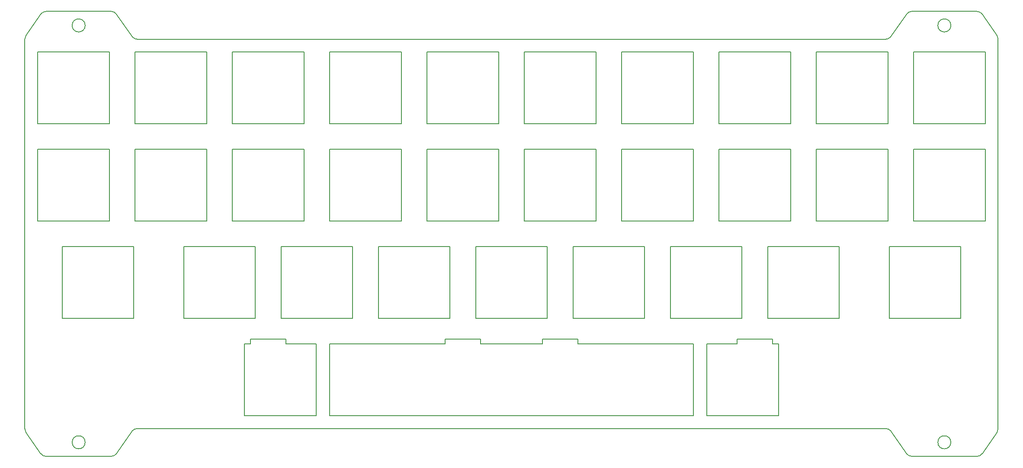
<source format=gbr>
%TF.GenerationSoftware,KiCad,Pcbnew,(6.0.10)*%
%TF.CreationDate,2023-02-13T13:56:49-06:00*%
%TF.ProjectId,WilliamPlate,57696c6c-6961-46d5-906c-6174652e6b69,rev?*%
%TF.SameCoordinates,Original*%
%TF.FileFunction,Profile,NP*%
%FSLAX46Y46*%
G04 Gerber Fmt 4.6, Leading zero omitted, Abs format (unit mm)*
G04 Created by KiCad (PCBNEW (6.0.10)) date 2023-02-13 13:56:49*
%MOMM*%
%LPD*%
G01*
G04 APERTURE LIST*
%TA.AperFunction,Profile*%
%ADD10C,0.200000*%
%TD*%
G04 APERTURE END LIST*
D10*
X187325000Y-109537500D02*
X193206250Y-109537500D01*
X223281261Y-126512491D02*
G75*
G03*
X222320781Y-126062500I-960461J-800009D01*
G01*
X155106250Y-109537500D02*
X155106250Y-108537500D01*
X94456250Y-71437500D02*
X108456250Y-71437500D01*
X61118750Y-90487500D02*
X75118750Y-90487500D01*
X227806250Y-52387500D02*
X241806250Y-52387500D01*
X237043750Y-90487500D02*
X237043750Y-104487500D01*
X200206250Y-109537500D02*
X201325000Y-109537500D01*
X208756250Y-71437500D02*
X222756250Y-71437500D01*
X117981250Y-104487500D02*
X103981250Y-104487500D01*
X97956250Y-108537500D02*
X104956250Y-108537500D01*
X104956250Y-108537500D02*
X104956250Y-109537500D01*
X223043750Y-90487500D02*
X237043750Y-90487500D01*
X137031250Y-90487500D02*
X137031250Y-104487500D01*
X75406250Y-66387500D02*
X75406250Y-52387500D01*
X222756250Y-85437500D02*
X208756250Y-85437500D01*
X241806250Y-85437500D02*
X227806250Y-85437500D01*
X123031250Y-90487500D02*
X137031250Y-90487500D01*
X235081250Y-47162500D02*
G75*
G03*
X235081250Y-47162500I-1275000J0D01*
G01*
X162106250Y-109537500D02*
X184656250Y-109537500D01*
X89406250Y-52387500D02*
X89406250Y-66387500D01*
X57982069Y-44412500D02*
X70730431Y-44412500D01*
X123031250Y-104487500D02*
X123031250Y-90487500D01*
X89406250Y-71437500D02*
X89406250Y-85437500D01*
X227432069Y-44412475D02*
G75*
G03*
X226408030Y-44945672I31J-1250025D01*
G01*
X180181250Y-104487500D02*
X180181250Y-90487500D01*
X56356250Y-52387500D02*
X70356250Y-52387500D01*
X170656250Y-66387500D02*
X170656250Y-52387500D01*
X103981250Y-90487500D02*
X117981250Y-90487500D01*
X70730431Y-131512500D02*
X57982069Y-131512500D01*
X241806250Y-66387500D02*
X227806250Y-66387500D01*
X175131250Y-104487500D02*
X161131250Y-104487500D01*
X155106250Y-108537500D02*
X162106250Y-108537500D01*
X244105290Y-126835300D02*
X241204470Y-130979328D01*
X96837500Y-109537500D02*
X97956250Y-109537500D01*
X110837500Y-109537500D02*
X110837500Y-123537500D01*
X162106250Y-108537500D02*
X162106250Y-109537500D01*
X151606250Y-66387500D02*
X151606250Y-52387500D01*
X96837500Y-123537500D02*
X96837500Y-109537500D01*
X142081250Y-104487500D02*
X142081250Y-90487500D01*
X203706250Y-52387500D02*
X203706250Y-66387500D01*
X113506250Y-85437500D02*
X113506250Y-71437500D01*
X74881239Y-49412509D02*
G75*
G03*
X75841719Y-49862500I960461J800009D01*
G01*
X103981250Y-104487500D02*
X103981250Y-90487500D01*
X241806250Y-52387500D02*
X241806250Y-66387500D01*
X70356250Y-71437500D02*
X70356250Y-85437500D01*
X175131250Y-90487500D02*
X175131250Y-104487500D01*
X75841719Y-126062514D02*
G75*
G03*
X74881250Y-126512500I-19J-1249986D01*
G01*
X142081250Y-90487500D02*
X156081250Y-90487500D01*
X208756250Y-52387500D02*
X222756250Y-52387500D01*
X184656250Y-109537500D02*
X184656250Y-123537500D01*
X53831275Y-126118472D02*
G75*
G03*
X54057210Y-126835300I1250025J-28D01*
G01*
X65631250Y-128762500D02*
G75*
G03*
X65631250Y-128762500I-1275000J0D01*
G01*
X223043750Y-104487500D02*
X223043750Y-90487500D01*
X201325000Y-123537500D02*
X187325000Y-123537500D01*
X56356250Y-66387500D02*
X56356250Y-52387500D01*
X61118750Y-104487500D02*
X61118750Y-90487500D01*
X65631250Y-47162500D02*
G75*
G03*
X65631250Y-47162500I-1275000J0D01*
G01*
X194181250Y-104487500D02*
X180181250Y-104487500D01*
X227806250Y-71437500D02*
X241806250Y-71437500D01*
X165606250Y-71437500D02*
X165606250Y-85437500D01*
X70730431Y-131512525D02*
G75*
G03*
X71754470Y-130979328I-31J1250025D01*
G01*
X184656250Y-85437500D02*
X170656250Y-85437500D01*
X189706250Y-71437500D02*
X203706250Y-71437500D01*
X194181250Y-90487500D02*
X194181250Y-104487500D01*
X97956250Y-109537500D02*
X97956250Y-108537500D01*
X54057210Y-49089700D02*
X56958030Y-44945672D01*
X165606250Y-66387500D02*
X151606250Y-66387500D01*
X208756250Y-85437500D02*
X208756250Y-71437500D01*
X132556250Y-66387500D02*
X132556250Y-52387500D01*
X180181250Y-90487500D02*
X194181250Y-90487500D01*
X113506250Y-52387500D02*
X127506250Y-52387500D01*
X203706250Y-66387500D02*
X189706250Y-66387500D01*
X136056250Y-108537500D02*
X143056250Y-108537500D01*
X203706250Y-71437500D02*
X203706250Y-85437500D01*
X208756250Y-66387500D02*
X208756250Y-52387500D01*
X184656250Y-52387500D02*
X184656250Y-66387500D01*
X143056250Y-108537500D02*
X143056250Y-109537500D01*
X226408050Y-130979314D02*
G75*
G03*
X227432069Y-131512500I1024050J716814D01*
G01*
X222756250Y-52387500D02*
X222756250Y-66387500D01*
X127506250Y-66387500D02*
X113506250Y-66387500D01*
X184656250Y-71437500D02*
X184656250Y-85437500D01*
X75118750Y-90487500D02*
X75118750Y-104487500D01*
X241204450Y-44945686D02*
G75*
G03*
X240180431Y-44412500I-1024050J-716814D01*
G01*
X151606250Y-71437500D02*
X165606250Y-71437500D01*
X136056250Y-109537500D02*
X136056250Y-108537500D01*
X199231250Y-90487500D02*
X213231250Y-90487500D01*
X70356250Y-85437500D02*
X56356250Y-85437500D01*
X203706250Y-85437500D02*
X189706250Y-85437500D01*
X89406250Y-85437500D02*
X75406250Y-85437500D01*
X94456250Y-66387500D02*
X94456250Y-52387500D01*
X199231250Y-104487500D02*
X199231250Y-90487500D01*
X56958030Y-130979328D02*
X54057210Y-126835300D01*
X201325000Y-109537500D02*
X201325000Y-123537500D01*
X53831250Y-126118472D02*
X53831250Y-49806528D01*
X143056250Y-109537500D02*
X155106250Y-109537500D01*
X113506250Y-66387500D02*
X113506250Y-52387500D01*
X222320781Y-49862486D02*
G75*
G03*
X223281250Y-49412500I19J1249986D01*
G01*
X146556250Y-71437500D02*
X146556250Y-85437500D01*
X57982069Y-44412475D02*
G75*
G03*
X56958030Y-44945672I31J-1250025D01*
G01*
X151606250Y-52387500D02*
X165606250Y-52387500D01*
X84931250Y-104487500D02*
X84931250Y-90487500D01*
X113506250Y-71437500D02*
X127506250Y-71437500D01*
X213231250Y-104487500D02*
X199231250Y-104487500D01*
X189706250Y-66387500D02*
X189706250Y-52387500D01*
X74881250Y-126512500D02*
X71754470Y-130979328D01*
X170656250Y-85437500D02*
X170656250Y-71437500D01*
X113506250Y-123537500D02*
X113506250Y-109537500D01*
X227806250Y-85437500D02*
X227806250Y-71437500D01*
X113506250Y-109537500D02*
X136056250Y-109537500D01*
X71754470Y-44945672D02*
X74881250Y-49412500D01*
X170656250Y-52387500D02*
X184656250Y-52387500D01*
X89406250Y-66387500D02*
X75406250Y-66387500D01*
X84931250Y-90487500D02*
X98931250Y-90487500D01*
X117981250Y-90487500D02*
X117981250Y-104487500D01*
X71754450Y-44945686D02*
G75*
G03*
X70730431Y-44412500I-1024050J-716814D01*
G01*
X127506250Y-52387500D02*
X127506250Y-66387500D01*
X241204470Y-44945672D02*
X244105290Y-49089700D01*
X244331225Y-49806528D02*
G75*
G03*
X244105290Y-49089700I-1250025J28D01*
G01*
X184656250Y-123537500D02*
X113506250Y-123537500D01*
X161131250Y-90487500D02*
X175131250Y-90487500D01*
X56356250Y-71437500D02*
X70356250Y-71437500D01*
X108456250Y-85437500D02*
X94456250Y-85437500D01*
X75118750Y-104487500D02*
X61118750Y-104487500D01*
X193206250Y-108537500D02*
X200206250Y-108537500D01*
X108456250Y-52387500D02*
X108456250Y-66387500D01*
X146556250Y-52387500D02*
X146556250Y-66387500D01*
X222756250Y-71437500D02*
X222756250Y-85437500D01*
X108456250Y-71437500D02*
X108456250Y-85437500D01*
X70356250Y-52387500D02*
X70356250Y-66387500D01*
X75406250Y-85437500D02*
X75406250Y-71437500D01*
X184656250Y-66387500D02*
X170656250Y-66387500D01*
X189706250Y-52387500D02*
X203706250Y-52387500D01*
X56356250Y-85437500D02*
X56356250Y-71437500D01*
X244331250Y-49806528D02*
X244331250Y-126118472D01*
X98931250Y-104487500D02*
X84931250Y-104487500D01*
X241806250Y-71437500D02*
X241806250Y-85437500D01*
X132556250Y-71437500D02*
X146556250Y-71437500D01*
X156081250Y-90487500D02*
X156081250Y-104487500D01*
X54057190Y-49089686D02*
G75*
G03*
X53831250Y-49806528I1024110J-716814D01*
G01*
X222756250Y-66387500D02*
X208756250Y-66387500D01*
X127506250Y-71437500D02*
X127506250Y-85437500D01*
X240180431Y-131512525D02*
G75*
G03*
X241204470Y-130979328I-31J1250025D01*
G01*
X108456250Y-66387500D02*
X94456250Y-66387500D01*
X170656250Y-71437500D02*
X184656250Y-71437500D01*
X244105310Y-126835314D02*
G75*
G03*
X244331250Y-126118472I-1024110J716814D01*
G01*
X161131250Y-104487500D02*
X161131250Y-90487500D01*
X94456250Y-52387500D02*
X108456250Y-52387500D01*
X237043750Y-104487500D02*
X223043750Y-104487500D01*
X227432069Y-44412500D02*
X240180431Y-44412500D01*
X189706250Y-85437500D02*
X189706250Y-71437500D01*
X104956250Y-109537500D02*
X110837500Y-109537500D01*
X240180431Y-131512500D02*
X227432069Y-131512500D01*
X227806250Y-66387500D02*
X227806250Y-52387500D01*
X94456250Y-85437500D02*
X94456250Y-71437500D01*
X146556250Y-85437500D02*
X132556250Y-85437500D01*
X132556250Y-52387500D02*
X146556250Y-52387500D01*
X213231250Y-90487500D02*
X213231250Y-104487500D01*
X70356250Y-66387500D02*
X56356250Y-66387500D01*
X75406250Y-52387500D02*
X89406250Y-52387500D01*
X110837500Y-123537500D02*
X96837500Y-123537500D01*
X165606250Y-52387500D02*
X165606250Y-66387500D01*
X156081250Y-104487500D02*
X142081250Y-104487500D01*
X165606250Y-85437500D02*
X151606250Y-85437500D01*
X226408030Y-130979328D02*
X223281250Y-126512500D01*
X222320781Y-126062500D02*
X75841719Y-126062500D01*
X235081250Y-128762500D02*
G75*
G03*
X235081250Y-128762500I-1275000J0D01*
G01*
X193206250Y-109537500D02*
X193206250Y-108537500D01*
X223281250Y-49412500D02*
X226408030Y-44945672D01*
X98931250Y-90487500D02*
X98931250Y-104487500D01*
X75406250Y-71437500D02*
X89406250Y-71437500D01*
X146556250Y-66387500D02*
X132556250Y-66387500D01*
X187325000Y-123537500D02*
X187325000Y-109537500D01*
X137031250Y-104487500D02*
X123031250Y-104487500D01*
X127506250Y-85437500D02*
X113506250Y-85437500D01*
X132556250Y-85437500D02*
X132556250Y-71437500D01*
X151606250Y-85437500D02*
X151606250Y-71437500D01*
X200206250Y-108537500D02*
X200206250Y-109537500D01*
X56958050Y-130979314D02*
G75*
G03*
X57982069Y-131512500I1024050J716814D01*
G01*
X75841719Y-49862500D02*
X222320781Y-49862500D01*
M02*

</source>
